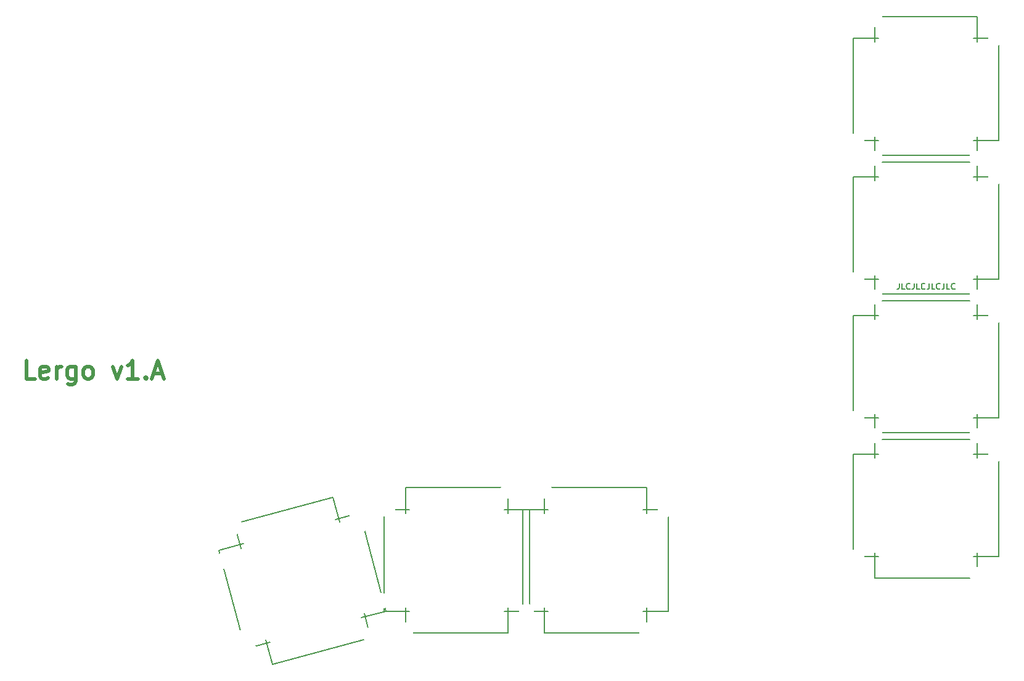
<source format=gto>
%TF.GenerationSoftware,KiCad,Pcbnew,5.1.12-84ad8e8a86~92~ubuntu20.04.1*%
%TF.CreationDate,2021-11-16T23:39:11+01:00*%
%TF.ProjectId,LergoTopPlate_FR4,4c657267-6f54-46f7-9050-6c6174655f46,v1.A*%
%TF.SameCoordinates,Original*%
%TF.FileFunction,Legend,Top*%
%TF.FilePolarity,Positive*%
%FSLAX46Y46*%
G04 Gerber Fmt 4.6, Leading zero omitted, Abs format (unit mm)*
G04 Created by KiCad (PCBNEW 5.1.12-84ad8e8a86~92~ubuntu20.04.1) date 2021-11-16 23:39:11*
%MOMM*%
%LPD*%
G01*
G04 APERTURE LIST*
%ADD10C,0.500000*%
%ADD11C,0.150000*%
%ADD12C,2.000000*%
%ADD13C,2.200000*%
%ADD14C,5.300000*%
%ADD15C,1.200000*%
%ADD16C,2.500000*%
G04 APERTURE END LIST*
D10*
X103804761Y-93155952D02*
X102614285Y-93155952D01*
X102614285Y-90655952D01*
X105590476Y-93036904D02*
X105352380Y-93155952D01*
X104876190Y-93155952D01*
X104638095Y-93036904D01*
X104519047Y-92798809D01*
X104519047Y-91846428D01*
X104638095Y-91608333D01*
X104876190Y-91489285D01*
X105352380Y-91489285D01*
X105590476Y-91608333D01*
X105709523Y-91846428D01*
X105709523Y-92084523D01*
X104519047Y-92322619D01*
X106780952Y-93155952D02*
X106780952Y-91489285D01*
X106780952Y-91965476D02*
X106900000Y-91727380D01*
X107019047Y-91608333D01*
X107257142Y-91489285D01*
X107495238Y-91489285D01*
X109400000Y-91489285D02*
X109400000Y-93513095D01*
X109280952Y-93751190D01*
X109161904Y-93870238D01*
X108923809Y-93989285D01*
X108566666Y-93989285D01*
X108328571Y-93870238D01*
X109400000Y-93036904D02*
X109161904Y-93155952D01*
X108685714Y-93155952D01*
X108447619Y-93036904D01*
X108328571Y-92917857D01*
X108209523Y-92679761D01*
X108209523Y-91965476D01*
X108328571Y-91727380D01*
X108447619Y-91608333D01*
X108685714Y-91489285D01*
X109161904Y-91489285D01*
X109400000Y-91608333D01*
X110947619Y-93155952D02*
X110709523Y-93036904D01*
X110590476Y-92917857D01*
X110471428Y-92679761D01*
X110471428Y-91965476D01*
X110590476Y-91727380D01*
X110709523Y-91608333D01*
X110947619Y-91489285D01*
X111304761Y-91489285D01*
X111542857Y-91608333D01*
X111661904Y-91727380D01*
X111780952Y-91965476D01*
X111780952Y-92679761D01*
X111661904Y-92917857D01*
X111542857Y-93036904D01*
X111304761Y-93155952D01*
X110947619Y-93155952D01*
X114519047Y-91489285D02*
X115114285Y-93155952D01*
X115709523Y-91489285D01*
X117971428Y-93155952D02*
X116542857Y-93155952D01*
X117257142Y-93155952D02*
X117257142Y-90655952D01*
X117019047Y-91013095D01*
X116780952Y-91251190D01*
X116542857Y-91370238D01*
X119042857Y-92917857D02*
X119161904Y-93036904D01*
X119042857Y-93155952D01*
X118923809Y-93036904D01*
X119042857Y-92917857D01*
X119042857Y-93155952D01*
X120114285Y-92441666D02*
X121304761Y-92441666D01*
X119876190Y-93155952D02*
X120709523Y-90655952D01*
X121542857Y-93155952D01*
D11*
X149924671Y-128757525D02*
X136401710Y-132380992D01*
X136401710Y-132380992D02*
X135495843Y-129000251D01*
X149924671Y-128757525D02*
X149018805Y-125376785D01*
X132727475Y-130259671D02*
X129104008Y-116736710D01*
X129104008Y-116736710D02*
X132484749Y-115830843D01*
X132727475Y-130259671D02*
X136108215Y-129353805D01*
X131225329Y-113062475D02*
X132131195Y-116443215D01*
X144748290Y-109439008D02*
X145654157Y-112819749D01*
X131225329Y-113062475D02*
X144748290Y-109439008D01*
X152045992Y-125083290D02*
X148665251Y-125989157D01*
X148422525Y-111560329D02*
X145041785Y-112466195D01*
X148422525Y-111560329D02*
X152045992Y-125083290D01*
X236200000Y-46400000D02*
X236200000Y-60400000D01*
X236200000Y-46400000D02*
X232700000Y-46400000D01*
X236200000Y-60400000D02*
X232700000Y-60400000D01*
X219200000Y-43400000D02*
X233200000Y-43400000D01*
X233200000Y-43400000D02*
X233200000Y-46900000D01*
X219200000Y-43400000D02*
X219200000Y-46900000D01*
X216200000Y-60400000D02*
X219700000Y-60400000D01*
X216200000Y-46400000D02*
X219700000Y-46400000D01*
X216200000Y-60400000D02*
X216200000Y-46400000D01*
X233200000Y-63400000D02*
X233200000Y-59900000D01*
X219200000Y-63400000D02*
X219200000Y-59900000D01*
X233200000Y-63400000D02*
X219200000Y-63400000D01*
X233200000Y-82450000D02*
X219200000Y-82450000D01*
X219200000Y-82450000D02*
X219200000Y-78950000D01*
X233200000Y-82450000D02*
X233200000Y-78950000D01*
X216200000Y-79450000D02*
X216200000Y-65450000D01*
X216200000Y-65450000D02*
X219700000Y-65450000D01*
X216200000Y-79450000D02*
X219700000Y-79450000D01*
X219200000Y-62450000D02*
X219200000Y-65950000D01*
X233200000Y-62450000D02*
X233200000Y-65950000D01*
X219200000Y-62450000D02*
X233200000Y-62450000D01*
X236200000Y-79450000D02*
X232700000Y-79450000D01*
X236200000Y-65450000D02*
X232700000Y-65450000D01*
X236200000Y-65450000D02*
X236200000Y-79450000D01*
X236200000Y-84500000D02*
X236200000Y-98500000D01*
X236200000Y-84500000D02*
X232700000Y-84500000D01*
X236200000Y-98500000D02*
X232700000Y-98500000D01*
X219200000Y-81500000D02*
X233200000Y-81500000D01*
X233200000Y-81500000D02*
X233200000Y-85000000D01*
X219200000Y-81500000D02*
X219200000Y-85000000D01*
X216200000Y-98500000D02*
X219700000Y-98500000D01*
X216200000Y-84500000D02*
X219700000Y-84500000D01*
X216200000Y-98500000D02*
X216200000Y-84500000D01*
X233200000Y-101500000D02*
X233200000Y-98000000D01*
X219200000Y-101500000D02*
X219200000Y-98000000D01*
X233200000Y-101500000D02*
X219200000Y-101500000D01*
X233200000Y-120550000D02*
X219200000Y-120550000D01*
X219200000Y-120550000D02*
X219200000Y-117050000D01*
X233200000Y-120550000D02*
X233200000Y-117050000D01*
X216200000Y-117550000D02*
X216200000Y-103550000D01*
X216200000Y-103550000D02*
X219700000Y-103550000D01*
X216200000Y-117550000D02*
X219700000Y-117550000D01*
X219200000Y-100550000D02*
X219200000Y-104050000D01*
X233200000Y-100550000D02*
X233200000Y-104050000D01*
X219200000Y-100550000D02*
X233200000Y-100550000D01*
X236200000Y-117550000D02*
X232700000Y-117550000D01*
X236200000Y-103550000D02*
X232700000Y-103550000D01*
X236200000Y-103550000D02*
X236200000Y-117550000D01*
X171760000Y-111120000D02*
X171760000Y-125120000D01*
X171760000Y-111120000D02*
X168260000Y-111120000D01*
X171760000Y-125120000D02*
X168260000Y-125120000D01*
X154760000Y-108120000D02*
X168760000Y-108120000D01*
X168760000Y-108120000D02*
X168760000Y-111620000D01*
X154760000Y-108120000D02*
X154760000Y-111620000D01*
X151760000Y-125120000D02*
X155260000Y-125120000D01*
X151760000Y-111120000D02*
X155260000Y-111120000D01*
X151760000Y-125120000D02*
X151760000Y-111120000D01*
X168760000Y-128120000D02*
X168760000Y-124620000D01*
X154760000Y-128120000D02*
X154760000Y-124620000D01*
X168760000Y-128120000D02*
X154760000Y-128120000D01*
X187810000Y-128120000D02*
X173810000Y-128120000D01*
X173810000Y-128120000D02*
X173810000Y-124620000D01*
X187810000Y-128120000D02*
X187810000Y-124620000D01*
X170810000Y-125120000D02*
X170810000Y-111120000D01*
X170810000Y-111120000D02*
X174310000Y-111120000D01*
X170810000Y-125120000D02*
X174310000Y-125120000D01*
X173810000Y-108120000D02*
X173810000Y-111620000D01*
X187810000Y-108120000D02*
X187810000Y-111620000D01*
X173810000Y-108120000D02*
X187810000Y-108120000D01*
X190810000Y-125120000D02*
X187310000Y-125120000D01*
X190810000Y-111120000D02*
X187310000Y-111120000D01*
X190810000Y-111120000D02*
X190810000Y-125120000D01*
X222504761Y-80036904D02*
X222504761Y-80608333D01*
X222466666Y-80722619D01*
X222390476Y-80798809D01*
X222276190Y-80836904D01*
X222200000Y-80836904D01*
X223266666Y-80836904D02*
X222885714Y-80836904D01*
X222885714Y-80036904D01*
X223990476Y-80760714D02*
X223952380Y-80798809D01*
X223838095Y-80836904D01*
X223761904Y-80836904D01*
X223647619Y-80798809D01*
X223571428Y-80722619D01*
X223533333Y-80646428D01*
X223495238Y-80494047D01*
X223495238Y-80379761D01*
X223533333Y-80227380D01*
X223571428Y-80151190D01*
X223647619Y-80075000D01*
X223761904Y-80036904D01*
X223838095Y-80036904D01*
X223952380Y-80075000D01*
X223990476Y-80113095D01*
X224561904Y-80036904D02*
X224561904Y-80608333D01*
X224523809Y-80722619D01*
X224447619Y-80798809D01*
X224333333Y-80836904D01*
X224257142Y-80836904D01*
X225323809Y-80836904D02*
X224942857Y-80836904D01*
X224942857Y-80036904D01*
X226047619Y-80760714D02*
X226009523Y-80798809D01*
X225895238Y-80836904D01*
X225819047Y-80836904D01*
X225704761Y-80798809D01*
X225628571Y-80722619D01*
X225590476Y-80646428D01*
X225552380Y-80494047D01*
X225552380Y-80379761D01*
X225590476Y-80227380D01*
X225628571Y-80151190D01*
X225704761Y-80075000D01*
X225819047Y-80036904D01*
X225895238Y-80036904D01*
X226009523Y-80075000D01*
X226047619Y-80113095D01*
X226619047Y-80036904D02*
X226619047Y-80608333D01*
X226580952Y-80722619D01*
X226504761Y-80798809D01*
X226390476Y-80836904D01*
X226314285Y-80836904D01*
X227380952Y-80836904D02*
X227000000Y-80836904D01*
X227000000Y-80036904D01*
X228104761Y-80760714D02*
X228066666Y-80798809D01*
X227952380Y-80836904D01*
X227876190Y-80836904D01*
X227761904Y-80798809D01*
X227685714Y-80722619D01*
X227647619Y-80646428D01*
X227609523Y-80494047D01*
X227609523Y-80379761D01*
X227647619Y-80227380D01*
X227685714Y-80151190D01*
X227761904Y-80075000D01*
X227876190Y-80036904D01*
X227952380Y-80036904D01*
X228066666Y-80075000D01*
X228104761Y-80113095D01*
X228676190Y-80036904D02*
X228676190Y-80608333D01*
X228638095Y-80722619D01*
X228561904Y-80798809D01*
X228447619Y-80836904D01*
X228371428Y-80836904D01*
X229438095Y-80836904D02*
X229057142Y-80836904D01*
X229057142Y-80036904D01*
X230161904Y-80760714D02*
X230123809Y-80798809D01*
X230009523Y-80836904D01*
X229933333Y-80836904D01*
X229819047Y-80798809D01*
X229742857Y-80722619D01*
X229704761Y-80646428D01*
X229666666Y-80494047D01*
X229666666Y-80379761D01*
X229704761Y-80227380D01*
X229742857Y-80151190D01*
X229819047Y-80075000D01*
X229933333Y-80036904D01*
X230009523Y-80036904D01*
X230123809Y-80075000D01*
X230161904Y-80113095D01*
%LPC*%
D12*
X171285000Y-125043750D03*
X190335000Y-111196250D03*
X187733750Y-127645000D03*
X173886250Y-108595000D03*
X152235000Y-111196250D03*
X171285000Y-125043750D03*
X168683750Y-108595000D03*
X154836250Y-127645000D03*
X133166555Y-130063080D03*
X147983445Y-111756920D03*
X149728080Y-128318445D03*
X131421920Y-113501555D03*
X216675000Y-117473750D03*
X235725000Y-103626250D03*
X233123750Y-120075000D03*
X219276250Y-101025000D03*
X216675000Y-98423750D03*
X235725000Y-84576250D03*
X233123750Y-101025000D03*
X219276250Y-81975000D03*
X216675000Y-79373750D03*
X235725000Y-65526250D03*
X233123750Y-81975000D03*
X219276250Y-62925000D03*
X216675000Y-60323750D03*
X235725000Y-46476250D03*
X233123750Y-62925000D03*
X219276250Y-43875000D03*
D13*
X93475079Y-139415762D03*
X79615787Y-125556470D03*
X101182543Y-131708298D03*
X87323251Y-117849006D03*
X111480544Y-123806366D03*
X101680544Y-106832268D03*
X120920220Y-118356366D03*
X111120220Y-101382268D03*
X106945463Y-152886146D03*
X93086171Y-139026854D03*
X114652927Y-145178682D03*
X100793635Y-131319390D03*
X109613333Y-129272263D03*
X126587431Y-119472263D03*
X115063333Y-138711939D03*
X132037431Y-128911939D03*
X151447503Y-123641122D03*
X132515357Y-128713975D03*
X148626375Y-113112531D03*
X129694229Y-118185384D03*
D14*
X232220381Y-136740000D03*
X98638899Y-159529137D03*
X98638899Y-34932171D03*
X232220381Y-37928844D03*
D15*
X209531250Y-39018750D03*
X204768750Y-34256250D03*
D16*
X207150000Y-36637500D03*
D12*
X120043750Y-84581250D03*
X103756250Y-30157500D03*
X103756250Y-67912500D03*
X120043750Y-67912500D03*
X120043750Y-30157500D03*
X103756250Y-84581250D03*
X105500000Y-99000000D03*
X169050000Y-104050000D03*
X157143750Y-21659375D03*
M02*

</source>
